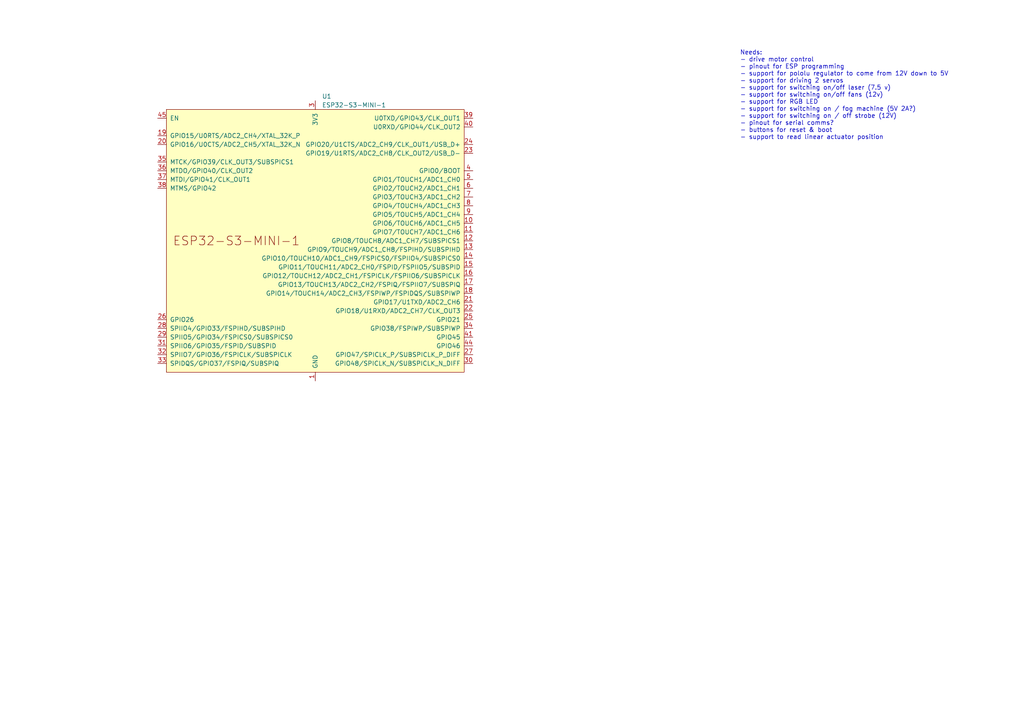
<source format=kicad_sch>
(kicad_sch (version 20230121) (generator eeschema)
  (paper "A4")
  (lib_symbols
    (symbol "PCM_Espressif:ESP32-S3-MINI-1" (pin_names (offset 1.016))
      (property "Reference" "U" (at -43.18 43.18 0))
      (property "Value" "ESP32-S3-MINI-1" (at -43.18 40.64 0))
      (symbol "ESP32-S3-MINI-1_0_0"
        (text "ESP32-S3-MINI-1" (at -22.86 0 0) (effects (font (size 2.54 2.54))))
        (pin power_in line (at 0 -40.64 90) (length 2.54) (name "GND") (number "1"))
        (pin bidirectional line (at 45.72 5.08 180) (length 2.54) (name "GPIO6/TOUCH6/ADC1_CH5") (number "10"))
        (pin bidirectional line (at 45.72 2.54 180) (length 2.54) (name "GPIO7/TOUCH7/ADC1_CH6") (number "11"))
        (pin bidirectional line (at 45.72 0 180) (length 2.54) (name "GPIO8/TOUCH8/ADC1_CH7/SUBSPICS1") (number "12"))
        (pin bidirectional line (at 45.72 -2.54 180) (length 2.54) (name "GPIO9/TOUCH9/ADC1_CH8/FSPIHD/SUBSPIHD") (number "13"))
        (pin bidirectional line (at 45.72 -5.08 180) (length 2.54) (name "GPIO10/TOUCH10/ADC1_CH9/FSPICS0/FSPIIO4/SUBSPICS0") (number "14"))
        (pin bidirectional line (at 45.72 -7.62 180) (length 2.54) (name "GPIO11/TOUCH11/ADC2_CH0/FSPID/FSPIIO5/SUBSPID") (number "15"))
        (pin bidirectional line (at 45.72 -10.16 180) (length 2.54) (name "GPIO12/TOUCH12/ADC2_CH1/FSPICLK/FSPIIO6/SUBSPICLK") (number "16"))
        (pin bidirectional line (at 45.72 -12.7 180) (length 2.54) (name "GPIO13/TOUCH13/ADC2_CH2/FSPIQ/FSPIIO7/SUBSPIQ") (number "17"))
        (pin bidirectional line (at 45.72 -15.24 180) (length 2.54) (name "GPIO14/TOUCH14/ADC2_CH3/FSPIWP/FSPIDQS/SUBSPIWP") (number "18"))
        (pin bidirectional line (at -45.72 30.48 0) (length 2.54) (name "GPIO15/U0RTS/ADC2_CH4/XTAL_32K_P") (number "19"))
        (pin passive line (at 0 -40.64 90) (length 2.54) hide (name "GND") (number "2"))
        (pin bidirectional line (at -45.72 27.94 0) (length 2.54) (name "GPIO16/U0CTS/ADC2_CH5/XTAL_32K_N") (number "20"))
        (pin bidirectional line (at 45.72 -17.78 180) (length 2.54) (name "GPIO17/U1TXD/ADC2_CH6") (number "21"))
        (pin bidirectional line (at 45.72 -20.32 180) (length 2.54) (name "GPIO18/U1RXD/ADC2_CH7/CLK_OUT3") (number "22"))
        (pin bidirectional line (at 45.72 25.4 180) (length 2.54) (name "GPIO19/U1RTS/ADC2_CH8/CLK_OUT2/USB_D-") (number "23"))
        (pin bidirectional line (at 45.72 27.94 180) (length 2.54) (name "GPIO20/U1CTS/ADC2_CH9/CLK_OUT1/USB_D+") (number "24"))
        (pin bidirectional line (at 45.72 -22.86 180) (length 2.54) (name "GPIO21") (number "25"))
        (pin bidirectional line (at -45.72 -22.86 0) (length 2.54) (name "GPIO26") (number "26"))
        (pin bidirectional line (at 45.72 -33.02 180) (length 2.54) (name "GPIO47/SPICLK_P/SUBSPICLK_P_DIFF") (number "27"))
        (pin bidirectional line (at -45.72 -25.4 0) (length 2.54) (name "SPIIO4/GPIO33/FSPIHD/SUBSPIHD") (number "28"))
        (pin bidirectional line (at -45.72 -27.94 0) (length 2.54) (name "SPIIO5/GPIO34/FSPICS0/SUBSPICS0") (number "29"))
        (pin power_in line (at 0 40.64 270) (length 2.54) (name "3V3") (number "3"))
        (pin bidirectional line (at 45.72 -35.56 180) (length 2.54) (name "GPIO48/SPICLK_N/SUBSPICLK_N_DIFF") (number "30"))
        (pin bidirectional line (at -45.72 -30.48 0) (length 2.54) (name "SPIIO6/GPIO35/FSPID/SUBSPID") (number "31"))
        (pin bidirectional line (at -45.72 -33.02 0) (length 2.54) (name "SPIIO7/GPIO36/FSPICLK/SUBSPICLK") (number "32"))
        (pin bidirectional line (at -45.72 -35.56 0) (length 2.54) (name "SPIDQS/GPIO37/FSPIQ/SUBSPIQ") (number "33"))
        (pin bidirectional line (at 45.72 -25.4 180) (length 2.54) (name "GPIO38/FSPIWP/SUBSPIWP") (number "34"))
        (pin bidirectional line (at -45.72 22.86 0) (length 2.54) (name "MTCK/GPIO39/CLK_OUT3/SUBSPICS1") (number "35"))
        (pin bidirectional line (at -45.72 20.32 0) (length 2.54) (name "MTDO/GPIO40/CLK_OUT2") (number "36"))
        (pin bidirectional line (at -45.72 17.78 0) (length 2.54) (name "MTDI/GPIO41/CLK_OUT1") (number "37"))
        (pin bidirectional line (at -45.72 15.24 0) (length 2.54) (name "MTMS/GPIO42") (number "38"))
        (pin bidirectional line (at 45.72 35.56 180) (length 2.54) (name "U0TXD/GPIO43/CLK_OUT1") (number "39"))
        (pin bidirectional line (at 45.72 20.32 180) (length 2.54) (name "GPIO0/BOOT") (number "4"))
        (pin bidirectional line (at 45.72 33.02 180) (length 2.54) (name "U0RXD/GPIO44/CLK_OUT2") (number "40"))
        (pin bidirectional line (at 45.72 -27.94 180) (length 2.54) (name "GPIO45") (number "41"))
        (pin passive line (at 0 -40.64 90) (length 2.54) hide (name "GND") (number "42"))
        (pin passive line (at 0 -40.64 90) (length 2.54) hide (name "GND") (number "43"))
        (pin bidirectional line (at 45.72 -30.48 180) (length 2.54) (name "GPIO46") (number "44"))
        (pin input line (at -45.72 35.56 0) (length 2.54) (name "EN") (number "45"))
        (pin passive line (at 0 -40.64 90) (length 2.54) hide (name "GND") (number "46"))
        (pin passive line (at 0 -40.64 90) (length 2.54) hide (name "GND") (number "47"))
        (pin passive line (at 0 -40.64 90) (length 2.54) hide (name "GND") (number "48"))
        (pin passive line (at 0 -40.64 90) (length 2.54) hide (name "GND") (number "49"))
        (pin bidirectional line (at 45.72 17.78 180) (length 2.54) (name "GPIO1/TOUCH1/ADC1_CH0") (number "5"))
        (pin passive line (at 0 -40.64 90) (length 2.54) hide (name "GND") (number "50"))
        (pin passive line (at 0 -40.64 90) (length 2.54) hide (name "GND") (number "51"))
        (pin passive line (at 0 -40.64 90) (length 2.54) hide (name "GND") (number "52"))
        (pin passive line (at 0 -40.64 90) (length 2.54) hide (name "GND") (number "53"))
        (pin passive line (at 0 -40.64 90) (length 2.54) hide (name "GND") (number "54"))
        (pin passive line (at 0 -40.64 90) (length 2.54) hide (name "GND") (number "55"))
        (pin passive line (at 0 -40.64 90) (length 2.54) hide (name "GND") (number "56"))
        (pin passive line (at 0 -40.64 90) (length 2.54) hide (name "GND") (number "57"))
        (pin passive line (at 0 -40.64 90) (length 2.54) hide (name "GND") (number "58"))
        (pin passive line (at 0 -40.64 90) (length 2.54) hide (name "GND") (number "59"))
        (pin bidirectional line (at 45.72 15.24 180) (length 2.54) (name "GPIO2/TOUCH2/ADC1_CH1") (number "6"))
        (pin passive line (at 0 -40.64 90) (length 2.54) hide (name "GND") (number "60"))
        (pin passive line (at 0 -40.64 90) (length 2.54) hide (name "GND") (number "61"))
        (pin passive line (at 0 -40.64 90) (length 2.54) hide (name "GND") (number "62"))
        (pin passive line (at 0 -40.64 90) (length 2.54) hide (name "GND") (number "63"))
        (pin passive line (at 0 -40.64 90) (length 2.54) hide (name "GND") (number "64"))
        (pin passive line (at 0 -40.64 90) (length 2.54) hide (name "GND") (number "65"))
        (pin bidirectional line (at 45.72 12.7 180) (length 2.54) (name "GPIO3/TOUCH3/ADC1_CH2") (number "7"))
        (pin bidirectional line (at 45.72 10.16 180) (length 2.54) (name "GPIO4/TOUCH4/ADC1_CH3") (number "8"))
        (pin bidirectional line (at 45.72 7.62 180) (length 2.54) (name "GPIO5/TOUCH5/ADC1_CH4") (number "9"))
      )
      (symbol "ESP32-S3-MINI-1_0_1"
        (rectangle (start -43.18 38.1) (end 43.18 -38.1) (fill (type background)))
      )
    )
  )
  (text "Needs:\n- drive motor control\n- pinout for ESP programming\n- support for pololu regulator to come from 12V down to 5V\n- support for driving 2 servos\n- support for switching on/off laser (7.5 v)\n- support for switching on/off fans (12v)\n- support for RGB LED\n- support for switching on / fog machine (5V 2A?)\n- support for switching on / off strobe (12V)\n- pinout for serial comms?\n- buttons for reset & boot\n- support to read linear actuator position" (at 214.63 40.64 0) (effects (font (size 1.27 1.27)) (justify left bottom)))
  (symbol (lib_id "PCM_Espressif:ESP32-S3-MINI-1") (at 91.44 69.85 0) (unit 1)
    (property "Reference" "U1" (at 93.3959 27.94 0) (effects (justify left)))
    (property "Value" "ESP32-S3-MINI-1" (at 93.3959 30.48 0) (effects (justify left)))
    (property "Footprint" "PCM_Espressif:ESP32-S3-MINI-1" (effects hide))
    (property "Datasheet" "https://www.espressif.com/sites/default/files/documentation/esp32-s3-mini-1_mini-1u_datasheet_en.pdf" (effects hide))
  )
)
</source>
